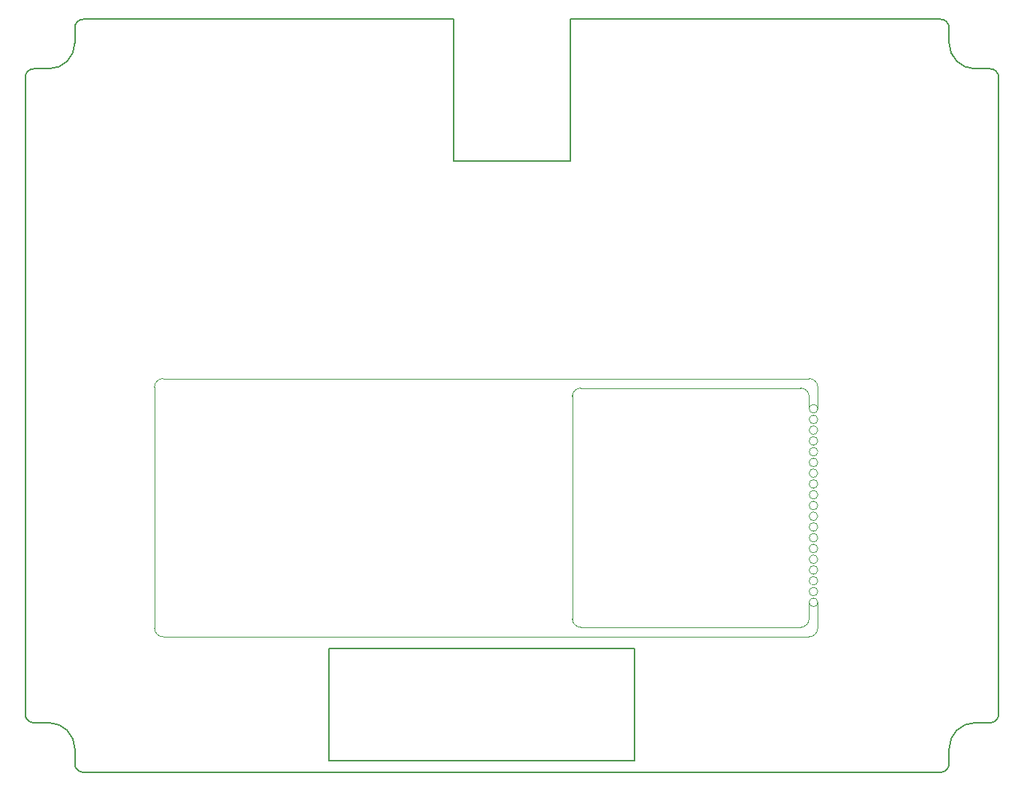
<source format=gbo>
G04*
G04 #@! TF.GenerationSoftware,Altium Limited,Altium Designer,24.0.1 (36)*
G04*
G04 Layer_Color=32896*
%FSAX44Y44*%
%MOMM*%
G71*
G04*
G04 #@! TF.SameCoordinates,BC1AE164-091E-45D8-8033-5DBA2348E9FA*
G04*
G04*
G04 #@! TF.FilePolarity,Positive*
G04*
G01*
G75*
%ADD10C,0.2000*%
%ADD17C,0.1000*%
D10*
X00855490Y00874477D02*
G03*
X00865490Y00864477I00010000J00000000D01*
G01*
X00912990Y00834487D02*
G03*
X00882990Y00864487I-00030000J00000000D01*
G01*
X00912981Y00816987D02*
G03*
X00922981Y00806987I00010000J00000000D01*
G01*
X01927990Y01654487D02*
G03*
X01957990Y01624487I00030000J00000000D01*
G01*
X01918000Y00806986D02*
G03*
X01928000Y00816987I00000000J00010000D01*
G01*
X00922981Y01681987D02*
G03*
X00912981Y01671987I00000000J-00010000D01*
G01*
X00865490Y01624496D02*
G03*
X00855490Y01614496I00000000J-00010000D01*
G01*
X01985491D02*
G03*
X01975491Y01624496I-00010000J00000000D01*
G01*
Y00864477D02*
G03*
X01985491Y00874477I00000000J00010000D01*
G01*
X01928000Y01671987D02*
G03*
X01918000Y01681987I-00010000J00000000D01*
G01*
X00882990Y01624487D02*
G03*
X00912990Y01654487I00000000J00030000D01*
G01*
X01957990Y00864487D02*
G03*
X01927990Y00834487I00000000J-00030000D01*
G01*
X01207790Y00820487D02*
X01433190Y00820487D01*
X01563190D01*
X01433190Y00950487D02*
X01563190D01*
X01207790Y00950487D02*
X01433190Y00950487D01*
X01563190Y00820487D02*
Y00950487D01*
X01207790Y00820487D02*
Y00950487D01*
X00865481Y00864487D02*
X00882990D01*
X00912990Y00816977D02*
Y00834487D01*
X01927990Y00816977D02*
Y00834487D01*
X01957990Y01624487D02*
X01975500D01*
X01487991Y01681987D02*
X01918000Y01681987D01*
X01927990Y01654487D02*
Y01671996D01*
X01352990Y01517487D02*
Y01669287D01*
X00912990Y01654487D02*
Y01671996D01*
X01957990Y00864487D02*
X01975500D01*
X00922981Y01681987D02*
X01352990D01*
X00922981Y00806987D02*
X01918000Y00806987D01*
X00855490Y00874477D02*
X00855490Y01614496D01*
X01352990Y01669287D02*
Y01681987D01*
X00865481Y01624487D02*
X00882990D01*
X01487991Y01517487D02*
Y01681987D01*
X01433190Y01517487D02*
X01487991D01*
X01352990D02*
X01433190D01*
X01985490Y00874477D02*
X01985490Y01614496D01*
D17*
X01015490Y01264477D02*
G03*
X01005490Y01254477I00000000J-00010000D01*
G01*
Y00974477D02*
G03*
X01015490Y00964477I00010000J00000000D01*
G01*
X01755490Y00975487D02*
G03*
X01765490Y00985487I00000000J00010000D01*
G01*
X01490491D02*
G03*
X01500491Y00975487I00010000J00000000D01*
G01*
Y01253487D02*
G03*
X01490491Y01243487I00000000J-00010000D01*
G01*
X01765490Y01243477D02*
G03*
X01755490Y01253477I-00010000J00000000D01*
G01*
X01775490Y01254477D02*
G03*
X01765490Y01264477I-00010000J00000000D01*
G01*
X01775490Y01004487D02*
G03*
X01775490Y01004487I-00005000J00000000D01*
G01*
Y01041987D02*
G03*
X01775490Y01041987I-00005000J00000000D01*
G01*
Y01029487D02*
G03*
X01775490Y01029487I-00005000J00000000D01*
G01*
Y01016987D02*
G03*
X01775490Y01016987I-00005000J00000000D01*
G01*
Y01079487D02*
G03*
X01775490Y01079487I-00005000J00000000D01*
G01*
Y01066987D02*
G03*
X01775490Y01066987I-00005000J00000000D01*
G01*
Y01054487D02*
G03*
X01775490Y01054487I-00005000J00000000D01*
G01*
Y01116987D02*
G03*
X01775490Y01116987I-00005000J00000000D01*
G01*
Y01104487D02*
G03*
X01775490Y01104487I-00005000J00000000D01*
G01*
Y01091987D02*
G03*
X01775490Y01091987I-00005000J00000000D01*
G01*
Y01129487D02*
G03*
X01775490Y01129487I-00005000J00000000D01*
G01*
Y01141987D02*
G03*
X01775490Y01141987I-00005000J00000000D01*
G01*
Y01154487D02*
G03*
X01775490Y01154487I-00005000J00000000D01*
G01*
Y01166987D02*
G03*
X01775490Y01166987I-00005000J00000000D01*
G01*
Y01179487D02*
G03*
X01775490Y01179487I-00005000J00000000D01*
G01*
Y01191987D02*
G03*
X01775490Y01191987I-00005000J00000000D01*
G01*
Y01204487D02*
G03*
X01775490Y01204487I-00005000J00000000D01*
G01*
Y01216987D02*
G03*
X01775490Y01216987I-00005000J00000000D01*
G01*
Y01229487D02*
G03*
X01775490Y01229487I-00005000J00000000D01*
G01*
X01765490Y00964477D02*
G03*
X01775490Y00974477I00000000J00010000D01*
G01*
X01005490D02*
Y01254477D01*
X01765490Y00985487D02*
Y01004487D01*
X01500491Y00975487D02*
X01755490Y00975487D01*
X01490491Y00983487D02*
Y01245487D01*
X01500491Y01253477D02*
X01755490Y01253477D01*
X01765490Y01229487D02*
Y01243477D01*
X01775490Y00974477D02*
Y01004487D01*
Y01228989D02*
Y01254477D01*
X01015490Y01264477D02*
X01765490Y01264477D01*
X01015490Y00964477D02*
X01765490Y00964477D01*
M02*

</source>
